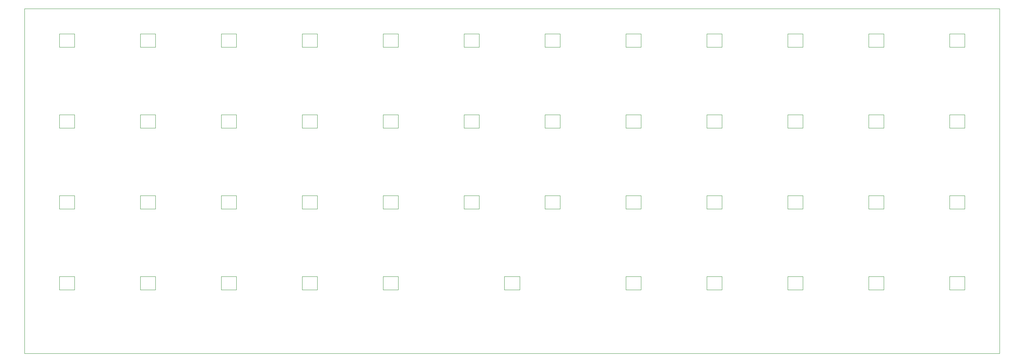
<source format=gbr>
%TF.GenerationSoftware,KiCad,Pcbnew,9.0.3*%
%TF.CreationDate,2025-08-25T21:29:52+09:00*%
%TF.ProjectId,forty,666f7274-792e-46b6-9963-61645f706362,rev?*%
%TF.SameCoordinates,Original*%
%TF.FileFunction,Profile,NP*%
%FSLAX46Y46*%
G04 Gerber Fmt 4.6, Leading zero omitted, Abs format (unit mm)*
G04 Created by KiCad (PCBNEW 9.0.3) date 2025-08-25 21:29:52*
%MOMM*%
%LPD*%
G01*
G04 APERTURE LIST*
%TA.AperFunction,Profile*%
%ADD10C,0.050000*%
%TD*%
%TA.AperFunction,Profile*%
%ADD11C,0.100000*%
%TD*%
G04 APERTURE END LIST*
D10*
X35268750Y-30600000D02*
X264768750Y-30600000D01*
X264768750Y-111800000D01*
X35268750Y-111800000D01*
X35268750Y-30600000D01*
D11*
%TO.C,LED28*%
X100593750Y-74650000D02*
X104193750Y-74650000D01*
X100593750Y-77750000D02*
X100593750Y-74650000D01*
X104193750Y-74650000D02*
X104193750Y-77750000D01*
X104193750Y-77750000D02*
X100593750Y-77750000D01*
%TO.C,LED29*%
X119643750Y-74650000D02*
X123243750Y-74650000D01*
X119643750Y-77750000D02*
X119643750Y-74650000D01*
X123243750Y-74650000D02*
X123243750Y-77750000D01*
X123243750Y-77750000D02*
X119643750Y-77750000D01*
%TO.C,LED42*%
X148218750Y-93700000D02*
X151818750Y-93700000D01*
X148218750Y-96800000D02*
X148218750Y-93700000D01*
X151818750Y-93700000D02*
X151818750Y-96800000D01*
X151818750Y-96800000D02*
X148218750Y-96800000D01*
%TO.C,LED36*%
X252993750Y-74650000D02*
X256593750Y-74650000D01*
X252993750Y-77750000D02*
X252993750Y-74650000D01*
X256593750Y-74650000D02*
X256593750Y-77750000D01*
X256593750Y-77750000D02*
X252993750Y-77750000D01*
%TO.C,LED10*%
X214893750Y-36550000D02*
X218493750Y-36550000D01*
X214893750Y-39650000D02*
X214893750Y-36550000D01*
X218493750Y-36550000D02*
X218493750Y-39650000D01*
X218493750Y-39650000D02*
X214893750Y-39650000D01*
%TO.C,LED18*%
X138693750Y-55600000D02*
X142293750Y-55600000D01*
X138693750Y-58700000D02*
X138693750Y-55600000D01*
X142293750Y-55600000D02*
X142293750Y-58700000D01*
X142293750Y-58700000D02*
X138693750Y-58700000D01*
%TO.C,LED34*%
X214893750Y-74650000D02*
X218493750Y-74650000D01*
X214893750Y-77750000D02*
X214893750Y-74650000D01*
X218493750Y-74650000D02*
X218493750Y-77750000D01*
X218493750Y-77750000D02*
X214893750Y-77750000D01*
%TO.C,LED5*%
X119643750Y-36550000D02*
X123243750Y-36550000D01*
X119643750Y-39650000D02*
X119643750Y-36550000D01*
X123243750Y-36550000D02*
X123243750Y-39650000D01*
X123243750Y-39650000D02*
X119643750Y-39650000D01*
%TO.C,LED4*%
X100593750Y-36550000D02*
X104193750Y-36550000D01*
X100593750Y-39650000D02*
X100593750Y-36550000D01*
X104193750Y-36550000D02*
X104193750Y-39650000D01*
X104193750Y-39650000D02*
X100593750Y-39650000D01*
%TO.C,LED40*%
X100593750Y-93700000D02*
X104193750Y-93700000D01*
X100593750Y-96800000D02*
X100593750Y-93700000D01*
X104193750Y-93700000D02*
X104193750Y-96800000D01*
X104193750Y-96800000D02*
X100593750Y-96800000D01*
%TO.C,LED24*%
X252993750Y-55600000D02*
X256593750Y-55600000D01*
X252993750Y-58700000D02*
X252993750Y-55600000D01*
X256593750Y-55600000D02*
X256593750Y-58700000D01*
X256593750Y-58700000D02*
X252993750Y-58700000D01*
%TO.C,LED38*%
X62493750Y-93700000D02*
X66093750Y-93700000D01*
X62493750Y-96800000D02*
X62493750Y-93700000D01*
X66093750Y-93700000D02*
X66093750Y-96800000D01*
X66093750Y-96800000D02*
X62493750Y-96800000D01*
%TO.C,LED41*%
X119643750Y-93700000D02*
X123243750Y-93700000D01*
X119643750Y-96800000D02*
X119643750Y-93700000D01*
X123243750Y-93700000D02*
X123243750Y-96800000D01*
X123243750Y-96800000D02*
X119643750Y-96800000D01*
%TO.C,LED9*%
X195843750Y-36550000D02*
X199443750Y-36550000D01*
X195843750Y-39650000D02*
X195843750Y-36550000D01*
X199443750Y-36550000D02*
X199443750Y-39650000D01*
X199443750Y-39650000D02*
X195843750Y-39650000D01*
%TO.C,LED30*%
X138693750Y-74650000D02*
X142293750Y-74650000D01*
X138693750Y-77750000D02*
X138693750Y-74650000D01*
X142293750Y-74650000D02*
X142293750Y-77750000D01*
X142293750Y-77750000D02*
X138693750Y-77750000D01*
%TO.C,LED37*%
X43443750Y-93700000D02*
X47043750Y-93700000D01*
X43443750Y-96800000D02*
X43443750Y-93700000D01*
X47043750Y-93700000D02*
X47043750Y-96800000D01*
X47043750Y-96800000D02*
X43443750Y-96800000D01*
%TO.C,LED12*%
X252993750Y-36550000D02*
X256593750Y-36550000D01*
X252993750Y-39650000D02*
X252993750Y-36550000D01*
X256593750Y-36550000D02*
X256593750Y-39650000D01*
X256593750Y-39650000D02*
X252993750Y-39650000D01*
%TO.C,LED22*%
X214893750Y-55600000D02*
X218493750Y-55600000D01*
X214893750Y-58700000D02*
X214893750Y-55600000D01*
X218493750Y-55600000D02*
X218493750Y-58700000D01*
X218493750Y-58700000D02*
X214893750Y-58700000D01*
%TO.C,LED43*%
X176793750Y-93700000D02*
X180393750Y-93700000D01*
X176793750Y-96800000D02*
X176793750Y-93700000D01*
X180393750Y-93700000D02*
X180393750Y-96800000D01*
X180393750Y-96800000D02*
X176793750Y-96800000D01*
%TO.C,LED11*%
X233943750Y-36550000D02*
X237543750Y-36550000D01*
X233943750Y-39650000D02*
X233943750Y-36550000D01*
X237543750Y-36550000D02*
X237543750Y-39650000D01*
X237543750Y-39650000D02*
X233943750Y-39650000D01*
%TO.C,LED46*%
X233943750Y-93700000D02*
X237543750Y-93700000D01*
X233943750Y-96800000D02*
X233943750Y-93700000D01*
X237543750Y-93700000D02*
X237543750Y-96800000D01*
X237543750Y-96800000D02*
X233943750Y-96800000D01*
%TO.C,LED26*%
X62493750Y-74650000D02*
X66093750Y-74650000D01*
X62493750Y-77750000D02*
X62493750Y-74650000D01*
X66093750Y-74650000D02*
X66093750Y-77750000D01*
X66093750Y-77750000D02*
X62493750Y-77750000D01*
%TO.C,LED13*%
X43443750Y-55600000D02*
X47043750Y-55600000D01*
X43443750Y-58700000D02*
X43443750Y-55600000D01*
X47043750Y-55600000D02*
X47043750Y-58700000D01*
X47043750Y-58700000D02*
X43443750Y-58700000D01*
%TO.C,LED6*%
X138693750Y-36550000D02*
X142293750Y-36550000D01*
X138693750Y-39650000D02*
X138693750Y-36550000D01*
X142293750Y-36550000D02*
X142293750Y-39650000D01*
X142293750Y-39650000D02*
X138693750Y-39650000D01*
%TO.C,LED17*%
X119643750Y-55600000D02*
X123243750Y-55600000D01*
X119643750Y-58700000D02*
X119643750Y-55600000D01*
X123243750Y-55600000D02*
X123243750Y-58700000D01*
X123243750Y-58700000D02*
X119643750Y-58700000D01*
%TO.C,LED25*%
X43443750Y-74650000D02*
X47043750Y-74650000D01*
X43443750Y-77750000D02*
X43443750Y-74650000D01*
X47043750Y-74650000D02*
X47043750Y-77750000D01*
X47043750Y-77750000D02*
X43443750Y-77750000D01*
%TO.C,LED32*%
X176793750Y-74650000D02*
X180393750Y-74650000D01*
X176793750Y-77750000D02*
X176793750Y-74650000D01*
X180393750Y-74650000D02*
X180393750Y-77750000D01*
X180393750Y-77750000D02*
X176793750Y-77750000D01*
%TO.C,LED20*%
X176793750Y-55600000D02*
X180393750Y-55600000D01*
X176793750Y-58700000D02*
X176793750Y-55600000D01*
X180393750Y-55600000D02*
X180393750Y-58700000D01*
X180393750Y-58700000D02*
X176793750Y-58700000D01*
%TO.C,LED47*%
X252993750Y-93700000D02*
X256593750Y-93700000D01*
X252993750Y-96800000D02*
X252993750Y-93700000D01*
X256593750Y-93700000D02*
X256593750Y-96800000D01*
X256593750Y-96800000D02*
X252993750Y-96800000D01*
%TO.C,LED23*%
X233943750Y-55600000D02*
X237543750Y-55600000D01*
X233943750Y-58700000D02*
X233943750Y-55600000D01*
X237543750Y-55600000D02*
X237543750Y-58700000D01*
X237543750Y-58700000D02*
X233943750Y-58700000D01*
%TO.C,LED19*%
X157743750Y-55600000D02*
X161343750Y-55600000D01*
X157743750Y-58700000D02*
X157743750Y-55600000D01*
X161343750Y-55600000D02*
X161343750Y-58700000D01*
X161343750Y-58700000D02*
X157743750Y-58700000D01*
%TO.C,LED44*%
X195843750Y-93700000D02*
X199443750Y-93700000D01*
X195843750Y-96800000D02*
X195843750Y-93700000D01*
X199443750Y-93700000D02*
X199443750Y-96800000D01*
X199443750Y-96800000D02*
X195843750Y-96800000D01*
%TO.C,LED39*%
X81543750Y-93700000D02*
X85143750Y-93700000D01*
X81543750Y-96800000D02*
X81543750Y-93700000D01*
X85143750Y-93700000D02*
X85143750Y-96800000D01*
X85143750Y-96800000D02*
X81543750Y-96800000D01*
%TO.C,LED14*%
X62493750Y-55600000D02*
X66093750Y-55600000D01*
X62493750Y-58700000D02*
X62493750Y-55600000D01*
X66093750Y-55600000D02*
X66093750Y-58700000D01*
X66093750Y-58700000D02*
X62493750Y-58700000D01*
%TO.C,LED45*%
X214893750Y-93700000D02*
X218493750Y-93700000D01*
X214893750Y-96800000D02*
X214893750Y-93700000D01*
X218493750Y-93700000D02*
X218493750Y-96800000D01*
X218493750Y-96800000D02*
X214893750Y-96800000D01*
%TO.C,LED27*%
X81543750Y-74650000D02*
X85143750Y-74650000D01*
X81543750Y-77750000D02*
X81543750Y-74650000D01*
X85143750Y-74650000D02*
X85143750Y-77750000D01*
X85143750Y-77750000D02*
X81543750Y-77750000D01*
%TO.C,LED1*%
X43443750Y-36550000D02*
X47043750Y-36550000D01*
X43443750Y-39650000D02*
X43443750Y-36550000D01*
X47043750Y-36550000D02*
X47043750Y-39650000D01*
X47043750Y-39650000D02*
X43443750Y-39650000D01*
%TO.C,LED35*%
X233943750Y-74650000D02*
X237543750Y-74650000D01*
X233943750Y-77750000D02*
X233943750Y-74650000D01*
X237543750Y-74650000D02*
X237543750Y-77750000D01*
X237543750Y-77750000D02*
X233943750Y-77750000D01*
%TO.C,LED16*%
X100593750Y-55600000D02*
X104193750Y-55600000D01*
X100593750Y-58700000D02*
X100593750Y-55600000D01*
X104193750Y-55600000D02*
X104193750Y-58700000D01*
X104193750Y-58700000D02*
X100593750Y-58700000D01*
%TO.C,LED2*%
X62493750Y-36550000D02*
X66093750Y-36550000D01*
X62493750Y-39650000D02*
X62493750Y-36550000D01*
X66093750Y-36550000D02*
X66093750Y-39650000D01*
X66093750Y-39650000D02*
X62493750Y-39650000D01*
%TO.C,LED15*%
X81543750Y-55600000D02*
X85143750Y-55600000D01*
X81543750Y-58700000D02*
X81543750Y-55600000D01*
X85143750Y-55600000D02*
X85143750Y-58700000D01*
X85143750Y-58700000D02*
X81543750Y-58700000D01*
%TO.C,LED21*%
X195843750Y-55600000D02*
X199443750Y-55600000D01*
X195843750Y-58700000D02*
X195843750Y-55600000D01*
X199443750Y-55600000D02*
X199443750Y-58700000D01*
X199443750Y-58700000D02*
X195843750Y-58700000D01*
%TO.C,LED33*%
X195843750Y-74650000D02*
X199443750Y-74650000D01*
X195843750Y-77750000D02*
X195843750Y-74650000D01*
X199443750Y-74650000D02*
X199443750Y-77750000D01*
X199443750Y-77750000D02*
X195843750Y-77750000D01*
%TO.C,LED7*%
X157743750Y-36550000D02*
X161343750Y-36550000D01*
X157743750Y-39650000D02*
X157743750Y-36550000D01*
X161343750Y-36550000D02*
X161343750Y-39650000D01*
X161343750Y-39650000D02*
X157743750Y-39650000D01*
%TO.C,LED8*%
X176793750Y-36550000D02*
X180393750Y-36550000D01*
X176793750Y-39650000D02*
X176793750Y-36550000D01*
X180393750Y-36550000D02*
X180393750Y-39650000D01*
X180393750Y-39650000D02*
X176793750Y-39650000D01*
%TO.C,LED31*%
X157743750Y-74650000D02*
X161343750Y-74650000D01*
X157743750Y-77750000D02*
X157743750Y-74650000D01*
X161343750Y-74650000D02*
X161343750Y-77750000D01*
X161343750Y-77750000D02*
X157743750Y-77750000D01*
%TO.C,LED3*%
X81543750Y-36550000D02*
X85143750Y-36550000D01*
X81543750Y-39650000D02*
X81543750Y-36550000D01*
X85143750Y-36550000D02*
X85143750Y-39650000D01*
X85143750Y-39650000D02*
X81543750Y-39650000D01*
%TD*%
M02*

</source>
